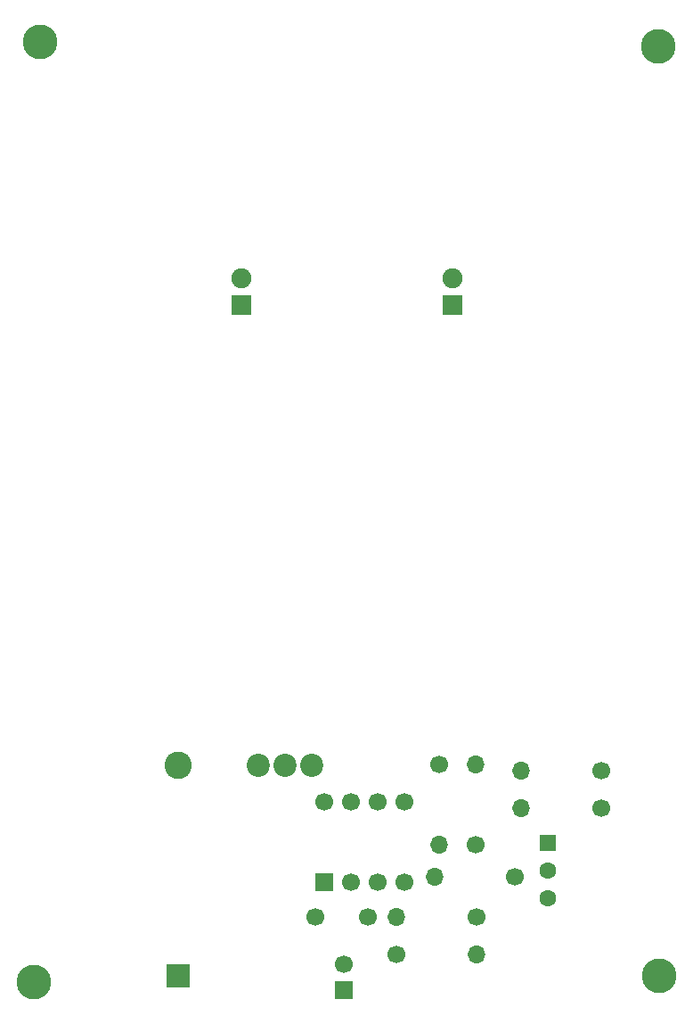
<source format=gbr>
%TF.GenerationSoftware,KiCad,Pcbnew,(5.1.6)-1*%
%TF.CreationDate,2021-10-24T20:03:51+02:00*%
%TF.ProjectId,KiCAD_tutorial,4b694341-445f-4747-9574-6f7269616c2e,rev?*%
%TF.SameCoordinates,Original*%
%TF.FileFunction,Soldermask,Bot*%
%TF.FilePolarity,Negative*%
%FSLAX46Y46*%
G04 Gerber Fmt 4.6, Leading zero omitted, Abs format (unit mm)*
G04 Created by KiCad (PCBNEW (5.1.6)-1) date 2021-10-24 20:03:51*
%MOMM*%
%LPD*%
G01*
G04 APERTURE LIST*
%ADD10C,3.300000*%
%ADD11C,1.700000*%
%ADD12O,1.700000X1.700000*%
%ADD13R,2.270000X2.270000*%
%ADD14C,2.600000*%
%ADD15R,1.700000X1.700000*%
%ADD16C,1.600000*%
%ADD17R,1.600000X1.600000*%
%ADD18C,2.200000*%
%ADD19R,1.900000X1.900000*%
%ADD20C,1.900000*%
G04 APERTURE END LIST*
D10*
%TO.C, *%
X134400000Y-37580000D03*
%TD*%
%TO.C, *%
X75690000Y-37150000D03*
%TD*%
%TO.C, *%
X134560000Y-125820000D03*
%TD*%
%TO.C, *%
X75090000Y-126430000D03*
%TD*%
D11*
%TO.C,R2*%
X113580000Y-105770000D03*
D12*
X113580000Y-113390000D03*
%TD*%
D13*
%TO.C,BT1*%
X88820000Y-125860000D03*
D14*
X88820000Y-105860000D03*
%TD*%
D11*
%TO.C,C1*%
X106800000Y-120210000D03*
X101800000Y-120210000D03*
%TD*%
%TO.C,C2*%
X104520000Y-124710000D03*
D15*
X104520000Y-127210000D03*
%TD*%
D16*
%TO.C,Q1*%
X123970000Y-115830000D03*
X123970000Y-118430000D03*
D17*
X123970000Y-113230000D03*
%TD*%
D12*
%TO.C,R1*%
X117090000Y-105780000D03*
D11*
X117090000Y-113400000D03*
%TD*%
%TO.C,R3*%
X117180000Y-120260000D03*
D12*
X109560000Y-120260000D03*
%TD*%
%TO.C,R4*%
X117170000Y-123760000D03*
D11*
X109550000Y-123760000D03*
%TD*%
%TO.C,R5*%
X120790000Y-116460000D03*
D12*
X113170000Y-116460000D03*
%TD*%
D11*
%TO.C,R6*%
X129060000Y-109900000D03*
D12*
X121440000Y-109900000D03*
%TD*%
%TO.C,R7*%
X121430000Y-106320000D03*
D11*
X129050000Y-106320000D03*
%TD*%
D18*
%TO.C,SW1*%
X96460000Y-105880000D03*
X99000000Y-105880000D03*
X101540000Y-105880000D03*
%TD*%
D15*
%TO.C,U1*%
X102700000Y-116930000D03*
D11*
X105240000Y-116930000D03*
X107780000Y-116930000D03*
X110320000Y-116930000D03*
X110320000Y-109310000D03*
X107780000Y-109310000D03*
X105240000Y-109310000D03*
X102700000Y-109310000D03*
%TD*%
D19*
%TO.C,D1*%
X114880000Y-62140000D03*
D20*
X114880000Y-59600000D03*
%TD*%
%TO.C,D2*%
X94820000Y-59640000D03*
D19*
X94820000Y-62180000D03*
%TD*%
M02*

</source>
